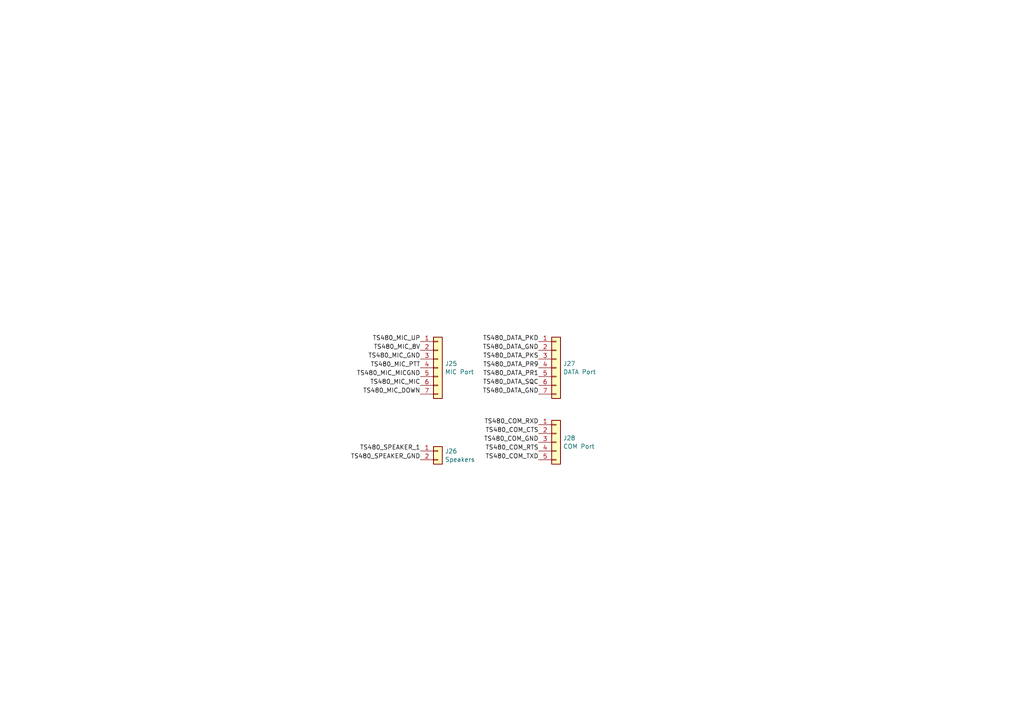
<source format=kicad_sch>
(kicad_sch (version 20250114) (generator "eeschema") (generator_version "9.0")
  (paper "A4")
  (lib_symbols
    (symbol "Connector_Generic:Conn_01x02" (pin_names (offset 1.016) (hide yes))
      (property "Reference" "J" (at 0 2.54 0))
      (property "Value" "Conn_01x02" (at 0 -5.08 0))
      (symbol "Conn_01x02_1_1"
        (rectangle (start -1.27 1.27) (end 1.27 -3.81) (stroke (width 0.254)) (fill (type background)))
        (rectangle (start -1.27 0.127) (end 0 -0.127) (stroke (width 0.1524)))
        (rectangle (start -1.27 -2.413) (end 0 -2.667) (stroke (width 0.1524)))
        (pin passive line (at -5.08 0 0) (length 3.81) (name "Pin_1") (number "1"))
        (pin passive line (at -5.08 -2.54 0) (length 3.81) (name "Pin_2") (number "2"))
      )
    )
    (symbol "Connector_Generic:Conn_01x05" (pin_names (offset 1.016) (hide yes))
      (property "Reference" "J" (at 0 7.62 0))
      (property "Value" "Conn_01x05" (at 0 -7.62 0))
      (symbol "Conn_01x05_1_1"
        (rectangle (start -1.27 6.35) (end 1.27 -6.35) (stroke (width 0.254)) (fill (type background)))
        (rectangle (start -1.27 5.207) (end 0 4.953) (stroke (width 0.1524)))
        (rectangle (start -1.27 2.667) (end 0 2.413) (stroke (width 0.1524)))
        (rectangle (start -1.27 0.127) (end 0 -0.127) (stroke (width 0.1524)))
        (rectangle (start -1.27 -2.413) (end 0 -2.667) (stroke (width 0.1524)))
        (rectangle (start -1.27 -4.953) (end 0 -5.207) (stroke (width 0.1524)))
        (pin passive line (at -5.08 5.08 0) (length 3.81) (name "Pin_1") (number "1"))
        (pin passive line (at -5.08 2.54 0) (length 3.81) (name "Pin_2") (number "2"))
        (pin passive line (at -5.08 0 0) (length 3.81) (name "Pin_3") (number "3"))
        (pin passive line (at -5.08 -2.54 0) (length 3.81) (name "Pin_4") (number "4"))
        (pin passive line (at -5.08 -5.08 0) (length 3.81) (name "Pin_5") (number "5"))
      )
    )
    (symbol "Connector_Generic:Conn_01x07" (pin_names (offset 1.016) (hide yes))
      (property "Reference" "J" (at 0 10.16 0))
      (property "Value" "Conn_01x07" (at 0 -10.16 0))
      (symbol "Conn_01x07_1_1"
        (rectangle (start -1.27 8.89) (end 1.27 -8.89) (stroke (width 0.254)) (fill (type background)))
        (rectangle (start -1.27 7.747) (end 0 7.493) (stroke (width 0.1524)))
        (rectangle (start -1.27 5.207) (end 0 4.953) (stroke (width 0.1524)))
        (rectangle (start -1.27 2.667) (end 0 2.413) (stroke (width 0.1524)))
        (rectangle (start -1.27 0.127) (end 0 -0.127) (stroke (width 0.1524)))
        (rectangle (start -1.27 -2.413) (end 0 -2.667) (stroke (width 0.1524)))
        (rectangle (start -1.27 -4.953) (end 0 -5.207) (stroke (width 0.1524)))
        (rectangle (start -1.27 -7.493) (end 0 -7.747) (stroke (width 0.1524)))
        (pin passive line (at -5.08 7.62 0) (length 3.81) (name "Pin_1") (number "1"))
        (pin passive line (at -5.08 5.08 0) (length 3.81) (name "Pin_2") (number "2"))
        (pin passive line (at -5.08 2.54 0) (length 3.81) (name "Pin_3") (number "3"))
        (pin passive line (at -5.08 0 0) (length 3.81) (name "Pin_4") (number "4"))
        (pin passive line (at -5.08 -2.54 0) (length 3.81) (name "Pin_5") (number "5"))
        (pin passive line (at -5.08 -5.08 0) (length 3.81) (name "Pin_6") (number "6"))
        (pin passive line (at -5.08 -7.62 0) (length 3.81) (name "Pin_7") (number "7"))
      )
    )
  )
  (label "TS480_MIC_MIC" (at 121.92 111.76 180))
  (label "TS480_MIC_GND" (at 121.92 104.14 180))
  (label "TS480_DATA_PR1" (at 156.21 109.22 180))
  (label "TS480_DATA_GND" (at 156.21 114.3 180))
  (label "TS480_DATA_PKD" (at 156.21 99.06 180))
  (label "TS480_COM_TXD" (at 156.21 133.35 180))
  (label "TS480_DATA_PR9" (at 156.21 106.68 180))
  (label "TS480_MIC_PTT" (at 121.92 106.68 180))
  (label "TS480_MIC_MICGND" (at 121.92 109.22 180))
  (label "TS480_DATA_PKS" (at 156.21 104.14 180))
  (label "TS480_COM_CTS" (at 156.21 125.73 180))
  (label "TS480_COM_GND" (at 156.21 128.27 180))
  (label "TS480_MIC_8V" (at 121.92 101.6 180))
  (label "TS480_COM_RXD" (at 156.21 123.19 180))
  (label "TS480_SPEAKER_1" (at 121.92 130.81 180))
  (label "TS480_MIC_UP" (at 121.92 99.06 180))
  (label "TS480_DATA_SQC" (at 156.21 111.76 180))
  (label "TS480_COM_RTS" (at 156.21 130.81 180))
  (label "TS480_SPEAKER_GND" (at 121.92 133.35 180))
  (label "TS480_DATA_GND" (at 156.21 101.6 180))
  (label "TS480_MIC_DOWN" (at 121.92 114.3 180))
  (symbol (lib_id "Connector_Generic:Conn_01x02") (at 127 130.81 0) (unit 1)
    (property "Reference" "J26" (at 129.032 130.8678 0) (effects (justify left)))
    (property "Value" "Speakers" (at 129.032 133.2921 0) (effects (justify left)))
    (property "Description" "Generic connector, single row, 01x02, script generated (kicad-library-utils/schlib/autogen/connector/)" (effects (hide yes)))
  )
  (symbol (lib_id "Connector_Generic:Conn_01x07") (at 127 106.68 0) (unit 1)
    (property "Reference" "J25" (at 129.032 105.4678 0) (effects (justify left)))
    (property "Value" "MIC Port" (at 129.032 107.8921 0) (effects (justify left)))
    (property "Description" "Generic connector, single row, 01x07, script generated (kicad-library-utils/schlib/autogen/connector/)" (effects (hide yes)))
  )
  (symbol (lib_id "Connector_Generic:Conn_01x07") (at 161.29 106.68 0) (unit 1)
    (property "Reference" "J27" (at 163.322 105.4678 0) (effects (justify left)))
    (property "Value" "DATA Port" (at 163.322 107.8921 0) (effects (justify left)))
    (property "Description" "Generic connector, single row, 01x07, script generated (kicad-library-utils/schlib/autogen/connector/)" (effects (hide yes)))
  )
  (symbol (lib_id "Connector_Generic:Conn_01x05") (at 161.29 128.27 0) (unit 1)
    (property "Reference" "J28" (at 163.322 127.0578 0) (effects (justify left)))
    (property "Value" "COM Port" (at 163.322 129.4821 0) (effects (justify left)))
    (property "Description" "Generic connector, single row, 01x05, script generated (kicad-library-utils/schlib/autogen/connector/)" (effects (hide yes)))
  )
)
</source>
